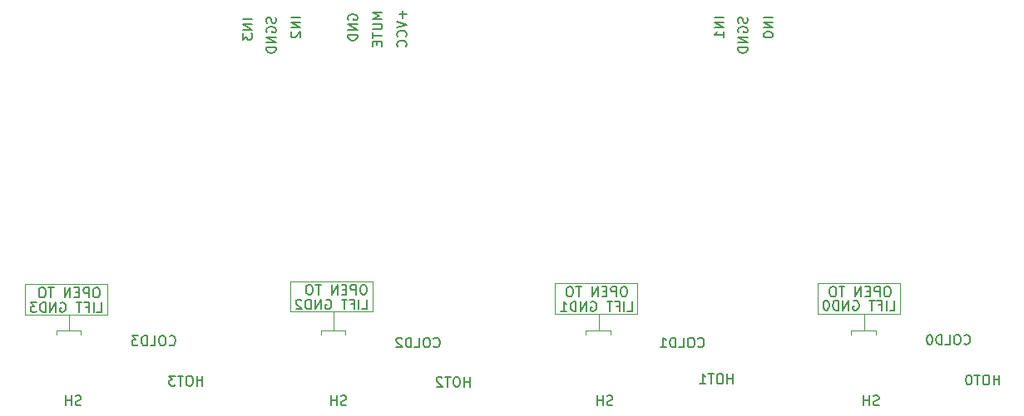
<source format=gbo>
%TF.GenerationSoftware,KiCad,Pcbnew,(5.1.9-0-10_14)*%
%TF.CreationDate,2022-01-19T22:12:48+09:00*%
%TF.ProjectId,BalancedDriverBoard,42616c61-6e63-4656-9444-726976657242,rev?*%
%TF.SameCoordinates,Original*%
%TF.FileFunction,Legend,Bot*%
%TF.FilePolarity,Positive*%
%FSLAX45Y45*%
G04 Gerber Fmt 4.5, Leading zero omitted, Abs format (unit mm)*
G04 Created by KiCad (PCBNEW (5.1.9-0-10_14)) date 2022-01-19 22:12:48*
%MOMM*%
%LPD*%
G01*
G04 APERTURE LIST*
%ADD10C,0.120000*%
%ADD11C,0.150000*%
G04 APERTURE END LIST*
D10*
X13450000Y-12300000D02*
X13700000Y-12300000D01*
X13700000Y-12300000D02*
X13700000Y-12340000D01*
X13450000Y-12340000D02*
X13450000Y-12300000D01*
X11000000Y-12300000D02*
X11000000Y-12340000D01*
X10750000Y-12340000D02*
X10750000Y-12300000D01*
X10750000Y-12300000D02*
X11000000Y-12300000D01*
X8050000Y-12340000D02*
X8050000Y-12300000D01*
X8300000Y-12300000D02*
X8300000Y-12340000D01*
X8050000Y-12300000D02*
X8300000Y-12300000D01*
X5610000Y-12300000D02*
X5610000Y-12340000D01*
X5360000Y-12300000D02*
X5610000Y-12300000D01*
X5360000Y-12340000D02*
X5360000Y-12300000D01*
X5040000Y-11830000D02*
X5040000Y-12140000D01*
X5490000Y-12140000D02*
X5490000Y-12300000D01*
X5880000Y-12140000D02*
X5880000Y-11830000D01*
X5880000Y-11830000D02*
X5040000Y-11830000D01*
X5050000Y-12140000D02*
X5880000Y-12140000D01*
X7740000Y-11800000D02*
X7740000Y-12110000D01*
X8180000Y-12110000D02*
X8180000Y-12300000D01*
X8580000Y-12110000D02*
X8580000Y-11800000D01*
X8580000Y-11800000D02*
X7740000Y-11800000D01*
X7750000Y-12110000D02*
X8580000Y-12110000D01*
X10430000Y-11820000D02*
X10430000Y-12130000D01*
X10880000Y-12130000D02*
X10880000Y-12300000D01*
X11270000Y-12130000D02*
X11270000Y-11820000D01*
X11270000Y-11820000D02*
X10430000Y-11820000D01*
X10440000Y-12130000D02*
X11270000Y-12130000D01*
X13580000Y-12130000D02*
X13580000Y-12300000D01*
X13110000Y-11820000D02*
X13110000Y-12130000D01*
X13950000Y-11820000D02*
X13110000Y-11820000D01*
X13950000Y-12130000D02*
X13950000Y-11820000D01*
X13120000Y-12130000D02*
X13950000Y-12130000D01*
D11*
X5775714Y-11865238D02*
X5756667Y-11865238D01*
X5747143Y-11870000D01*
X5737619Y-11879524D01*
X5732857Y-11898571D01*
X5732857Y-11931905D01*
X5737619Y-11950952D01*
X5747143Y-11960476D01*
X5756667Y-11965238D01*
X5775714Y-11965238D01*
X5785238Y-11960476D01*
X5794762Y-11950952D01*
X5799524Y-11931905D01*
X5799524Y-11898571D01*
X5794762Y-11879524D01*
X5785238Y-11870000D01*
X5775714Y-11865238D01*
X5690000Y-11965238D02*
X5690000Y-11865238D01*
X5651905Y-11865238D01*
X5642381Y-11870000D01*
X5637619Y-11874762D01*
X5632857Y-11884286D01*
X5632857Y-11898571D01*
X5637619Y-11908095D01*
X5642381Y-11912857D01*
X5651905Y-11917619D01*
X5690000Y-11917619D01*
X5590000Y-11912857D02*
X5556667Y-11912857D01*
X5542381Y-11965238D02*
X5590000Y-11965238D01*
X5590000Y-11865238D01*
X5542381Y-11865238D01*
X5499524Y-11965238D02*
X5499524Y-11865238D01*
X5442381Y-11965238D01*
X5442381Y-11865238D01*
X5332857Y-11865238D02*
X5275714Y-11865238D01*
X5304286Y-11965238D02*
X5304286Y-11865238D01*
X5223333Y-11865238D02*
X5204286Y-11865238D01*
X5194762Y-11870000D01*
X5185238Y-11879524D01*
X5180476Y-11898571D01*
X5180476Y-11931905D01*
X5185238Y-11950952D01*
X5194762Y-11960476D01*
X5204286Y-11965238D01*
X5223333Y-11965238D01*
X5232857Y-11960476D01*
X5242381Y-11950952D01*
X5247143Y-11931905D01*
X5247143Y-11898571D01*
X5242381Y-11879524D01*
X5232857Y-11870000D01*
X5223333Y-11865238D01*
X8495714Y-11835238D02*
X8476667Y-11835238D01*
X8467143Y-11840000D01*
X8457619Y-11849524D01*
X8452857Y-11868571D01*
X8452857Y-11901905D01*
X8457619Y-11920952D01*
X8467143Y-11930476D01*
X8476667Y-11935238D01*
X8495714Y-11935238D01*
X8505238Y-11930476D01*
X8514762Y-11920952D01*
X8519524Y-11901905D01*
X8519524Y-11868571D01*
X8514762Y-11849524D01*
X8505238Y-11840000D01*
X8495714Y-11835238D01*
X8410000Y-11935238D02*
X8410000Y-11835238D01*
X8371905Y-11835238D01*
X8362381Y-11840000D01*
X8357619Y-11844762D01*
X8352857Y-11854286D01*
X8352857Y-11868571D01*
X8357619Y-11878095D01*
X8362381Y-11882857D01*
X8371905Y-11887619D01*
X8410000Y-11887619D01*
X8310000Y-11882857D02*
X8276667Y-11882857D01*
X8262381Y-11935238D02*
X8310000Y-11935238D01*
X8310000Y-11835238D01*
X8262381Y-11835238D01*
X8219524Y-11935238D02*
X8219524Y-11835238D01*
X8162381Y-11935238D01*
X8162381Y-11835238D01*
X8052857Y-11835238D02*
X7995714Y-11835238D01*
X8024286Y-11935238D02*
X8024286Y-11835238D01*
X7943333Y-11835238D02*
X7924286Y-11835238D01*
X7914762Y-11840000D01*
X7905238Y-11849524D01*
X7900476Y-11868571D01*
X7900476Y-11901905D01*
X7905238Y-11920952D01*
X7914762Y-11930476D01*
X7924286Y-11935238D01*
X7943333Y-11935238D01*
X7952857Y-11930476D01*
X7962381Y-11920952D01*
X7967143Y-11901905D01*
X7967143Y-11868571D01*
X7962381Y-11849524D01*
X7952857Y-11840000D01*
X7943333Y-11835238D01*
X11145714Y-11855238D02*
X11126667Y-11855238D01*
X11117143Y-11860000D01*
X11107619Y-11869524D01*
X11102857Y-11888571D01*
X11102857Y-11921905D01*
X11107619Y-11940952D01*
X11117143Y-11950476D01*
X11126667Y-11955238D01*
X11145714Y-11955238D01*
X11155238Y-11950476D01*
X11164762Y-11940952D01*
X11169524Y-11921905D01*
X11169524Y-11888571D01*
X11164762Y-11869524D01*
X11155238Y-11860000D01*
X11145714Y-11855238D01*
X11060000Y-11955238D02*
X11060000Y-11855238D01*
X11021905Y-11855238D01*
X11012381Y-11860000D01*
X11007619Y-11864762D01*
X11002857Y-11874286D01*
X11002857Y-11888571D01*
X11007619Y-11898095D01*
X11012381Y-11902857D01*
X11021905Y-11907619D01*
X11060000Y-11907619D01*
X10960000Y-11902857D02*
X10926667Y-11902857D01*
X10912381Y-11955238D02*
X10960000Y-11955238D01*
X10960000Y-11855238D01*
X10912381Y-11855238D01*
X10869524Y-11955238D02*
X10869524Y-11855238D01*
X10812381Y-11955238D01*
X10812381Y-11855238D01*
X10702857Y-11855238D02*
X10645714Y-11855238D01*
X10674286Y-11955238D02*
X10674286Y-11855238D01*
X10593333Y-11855238D02*
X10574286Y-11855238D01*
X10564762Y-11860000D01*
X10555238Y-11869524D01*
X10550476Y-11888571D01*
X10550476Y-11921905D01*
X10555238Y-11940952D01*
X10564762Y-11950476D01*
X10574286Y-11955238D01*
X10593333Y-11955238D01*
X10602857Y-11950476D01*
X10612381Y-11940952D01*
X10617143Y-11921905D01*
X10617143Y-11888571D01*
X10612381Y-11869524D01*
X10602857Y-11860000D01*
X10593333Y-11855238D01*
X13825714Y-11855238D02*
X13806667Y-11855238D01*
X13797143Y-11860000D01*
X13787619Y-11869524D01*
X13782857Y-11888571D01*
X13782857Y-11921905D01*
X13787619Y-11940952D01*
X13797143Y-11950476D01*
X13806667Y-11955238D01*
X13825714Y-11955238D01*
X13835238Y-11950476D01*
X13844762Y-11940952D01*
X13849524Y-11921905D01*
X13849524Y-11888571D01*
X13844762Y-11869524D01*
X13835238Y-11860000D01*
X13825714Y-11855238D01*
X13740000Y-11955238D02*
X13740000Y-11855238D01*
X13701905Y-11855238D01*
X13692381Y-11860000D01*
X13687619Y-11864762D01*
X13682857Y-11874286D01*
X13682857Y-11888571D01*
X13687619Y-11898095D01*
X13692381Y-11902857D01*
X13701905Y-11907619D01*
X13740000Y-11907619D01*
X13640000Y-11902857D02*
X13606667Y-11902857D01*
X13592381Y-11955238D02*
X13640000Y-11955238D01*
X13640000Y-11855238D01*
X13592381Y-11855238D01*
X13549524Y-11955238D02*
X13549524Y-11855238D01*
X13492381Y-11955238D01*
X13492381Y-11855238D01*
X13382857Y-11855238D02*
X13325714Y-11855238D01*
X13354286Y-11955238D02*
X13354286Y-11855238D01*
X13273333Y-11855238D02*
X13254286Y-11855238D01*
X13244762Y-11860000D01*
X13235238Y-11869524D01*
X13230476Y-11888571D01*
X13230476Y-11921905D01*
X13235238Y-11940952D01*
X13244762Y-11950476D01*
X13254286Y-11955238D01*
X13273333Y-11955238D01*
X13282857Y-11950476D01*
X13292381Y-11940952D01*
X13297143Y-11921905D01*
X13297143Y-11888571D01*
X13292381Y-11869524D01*
X13282857Y-11860000D01*
X13273333Y-11855238D01*
X5771905Y-12115238D02*
X5819524Y-12115238D01*
X5819524Y-12015238D01*
X5738571Y-12115238D02*
X5738571Y-12015238D01*
X5657619Y-12062857D02*
X5690952Y-12062857D01*
X5690952Y-12115238D02*
X5690952Y-12015238D01*
X5643333Y-12015238D01*
X5619524Y-12015238D02*
X5562381Y-12015238D01*
X5590952Y-12115238D02*
X5590952Y-12015238D01*
X5400476Y-12020000D02*
X5410000Y-12015238D01*
X5424286Y-12015238D01*
X5438571Y-12020000D01*
X5448095Y-12029524D01*
X5452857Y-12039048D01*
X5457619Y-12058095D01*
X5457619Y-12072381D01*
X5452857Y-12091428D01*
X5448095Y-12100952D01*
X5438571Y-12110476D01*
X5424286Y-12115238D01*
X5414762Y-12115238D01*
X5400476Y-12110476D01*
X5395714Y-12105714D01*
X5395714Y-12072381D01*
X5414762Y-12072381D01*
X5352857Y-12115238D02*
X5352857Y-12015238D01*
X5295714Y-12115238D01*
X5295714Y-12015238D01*
X5248095Y-12115238D02*
X5248095Y-12015238D01*
X5224286Y-12015238D01*
X5210000Y-12020000D01*
X5200476Y-12029524D01*
X5195714Y-12039048D01*
X5190952Y-12058095D01*
X5190952Y-12072381D01*
X5195714Y-12091428D01*
X5200476Y-12100952D01*
X5210000Y-12110476D01*
X5224286Y-12115238D01*
X5248095Y-12115238D01*
X5157619Y-12015238D02*
X5095714Y-12015238D01*
X5129048Y-12053333D01*
X5114762Y-12053333D01*
X5105238Y-12058095D01*
X5100476Y-12062857D01*
X5095714Y-12072381D01*
X5095714Y-12096190D01*
X5100476Y-12105714D01*
X5105238Y-12110476D01*
X5114762Y-12115238D01*
X5143333Y-12115238D01*
X5152857Y-12110476D01*
X5157619Y-12105714D01*
X8471905Y-12085238D02*
X8519524Y-12085238D01*
X8519524Y-11985238D01*
X8438571Y-12085238D02*
X8438571Y-11985238D01*
X8357619Y-12032857D02*
X8390952Y-12032857D01*
X8390952Y-12085238D02*
X8390952Y-11985238D01*
X8343333Y-11985238D01*
X8319524Y-11985238D02*
X8262381Y-11985238D01*
X8290952Y-12085238D02*
X8290952Y-11985238D01*
X8100476Y-11990000D02*
X8110000Y-11985238D01*
X8124286Y-11985238D01*
X8138571Y-11990000D01*
X8148095Y-11999524D01*
X8152857Y-12009048D01*
X8157619Y-12028095D01*
X8157619Y-12042381D01*
X8152857Y-12061428D01*
X8148095Y-12070952D01*
X8138571Y-12080476D01*
X8124286Y-12085238D01*
X8114762Y-12085238D01*
X8100476Y-12080476D01*
X8095714Y-12075714D01*
X8095714Y-12042381D01*
X8114762Y-12042381D01*
X8052857Y-12085238D02*
X8052857Y-11985238D01*
X7995714Y-12085238D01*
X7995714Y-11985238D01*
X7948095Y-12085238D02*
X7948095Y-11985238D01*
X7924286Y-11985238D01*
X7910000Y-11990000D01*
X7900476Y-11999524D01*
X7895714Y-12009048D01*
X7890952Y-12028095D01*
X7890952Y-12042381D01*
X7895714Y-12061428D01*
X7900476Y-12070952D01*
X7910000Y-12080476D01*
X7924286Y-12085238D01*
X7948095Y-12085238D01*
X7852857Y-11994762D02*
X7848095Y-11990000D01*
X7838571Y-11985238D01*
X7814762Y-11985238D01*
X7805238Y-11990000D01*
X7800476Y-11994762D01*
X7795714Y-12004286D01*
X7795714Y-12013809D01*
X7800476Y-12028095D01*
X7857619Y-12085238D01*
X7795714Y-12085238D01*
X11171905Y-12105238D02*
X11219524Y-12105238D01*
X11219524Y-12005238D01*
X11138571Y-12105238D02*
X11138571Y-12005238D01*
X11057619Y-12052857D02*
X11090952Y-12052857D01*
X11090952Y-12105238D02*
X11090952Y-12005238D01*
X11043333Y-12005238D01*
X11019524Y-12005238D02*
X10962381Y-12005238D01*
X10990952Y-12105238D02*
X10990952Y-12005238D01*
X10800476Y-12010000D02*
X10810000Y-12005238D01*
X10824286Y-12005238D01*
X10838571Y-12010000D01*
X10848095Y-12019524D01*
X10852857Y-12029048D01*
X10857619Y-12048095D01*
X10857619Y-12062381D01*
X10852857Y-12081428D01*
X10848095Y-12090952D01*
X10838571Y-12100476D01*
X10824286Y-12105238D01*
X10814762Y-12105238D01*
X10800476Y-12100476D01*
X10795714Y-12095714D01*
X10795714Y-12062381D01*
X10814762Y-12062381D01*
X10752857Y-12105238D02*
X10752857Y-12005238D01*
X10695714Y-12105238D01*
X10695714Y-12005238D01*
X10648095Y-12105238D02*
X10648095Y-12005238D01*
X10624286Y-12005238D01*
X10610000Y-12010000D01*
X10600476Y-12019524D01*
X10595714Y-12029048D01*
X10590952Y-12048095D01*
X10590952Y-12062381D01*
X10595714Y-12081428D01*
X10600476Y-12090952D01*
X10610000Y-12100476D01*
X10624286Y-12105238D01*
X10648095Y-12105238D01*
X10495714Y-12105238D02*
X10552857Y-12105238D01*
X10524286Y-12105238D02*
X10524286Y-12005238D01*
X10533810Y-12019524D01*
X10543333Y-12029048D01*
X10552857Y-12033809D01*
X13841905Y-12095238D02*
X13889524Y-12095238D01*
X13889524Y-11995238D01*
X13808571Y-12095238D02*
X13808571Y-11995238D01*
X13727619Y-12042857D02*
X13760952Y-12042857D01*
X13760952Y-12095238D02*
X13760952Y-11995238D01*
X13713333Y-11995238D01*
X13689524Y-11995238D02*
X13632381Y-11995238D01*
X13660952Y-12095238D02*
X13660952Y-11995238D01*
X13470476Y-12000000D02*
X13480000Y-11995238D01*
X13494286Y-11995238D01*
X13508571Y-12000000D01*
X13518095Y-12009524D01*
X13522857Y-12019048D01*
X13527619Y-12038095D01*
X13527619Y-12052381D01*
X13522857Y-12071428D01*
X13518095Y-12080952D01*
X13508571Y-12090476D01*
X13494286Y-12095238D01*
X13484762Y-12095238D01*
X13470476Y-12090476D01*
X13465714Y-12085714D01*
X13465714Y-12052381D01*
X13484762Y-12052381D01*
X13422857Y-12095238D02*
X13422857Y-11995238D01*
X13365714Y-12095238D01*
X13365714Y-11995238D01*
X13318095Y-12095238D02*
X13318095Y-11995238D01*
X13294286Y-11995238D01*
X13280000Y-12000000D01*
X13270476Y-12009524D01*
X13265714Y-12019048D01*
X13260952Y-12038095D01*
X13260952Y-12052381D01*
X13265714Y-12071428D01*
X13270476Y-12080952D01*
X13280000Y-12090476D01*
X13294286Y-12095238D01*
X13318095Y-12095238D01*
X13199048Y-11995238D02*
X13189524Y-11995238D01*
X13180000Y-12000000D01*
X13175238Y-12004762D01*
X13170476Y-12014286D01*
X13165714Y-12033333D01*
X13165714Y-12057143D01*
X13170476Y-12076190D01*
X13175238Y-12085714D01*
X13180000Y-12090476D01*
X13189524Y-12095238D01*
X13199048Y-12095238D01*
X13208571Y-12090476D01*
X13213333Y-12085714D01*
X13218095Y-12076190D01*
X13222857Y-12057143D01*
X13222857Y-12033333D01*
X13218095Y-12014286D01*
X13213333Y-12004762D01*
X13208571Y-12000000D01*
X13199048Y-11995238D01*
X6509524Y-12445714D02*
X6514286Y-12450476D01*
X6528571Y-12455238D01*
X6538095Y-12455238D01*
X6552381Y-12450476D01*
X6561905Y-12440952D01*
X6566667Y-12431428D01*
X6571428Y-12412381D01*
X6571428Y-12398095D01*
X6566667Y-12379048D01*
X6561905Y-12369524D01*
X6552381Y-12360000D01*
X6538095Y-12355238D01*
X6528571Y-12355238D01*
X6514286Y-12360000D01*
X6509524Y-12364762D01*
X6447619Y-12355238D02*
X6428571Y-12355238D01*
X6419048Y-12360000D01*
X6409524Y-12369524D01*
X6404762Y-12388571D01*
X6404762Y-12421905D01*
X6409524Y-12440952D01*
X6419048Y-12450476D01*
X6428571Y-12455238D01*
X6447619Y-12455238D01*
X6457143Y-12450476D01*
X6466667Y-12440952D01*
X6471428Y-12421905D01*
X6471428Y-12388571D01*
X6466667Y-12369524D01*
X6457143Y-12360000D01*
X6447619Y-12355238D01*
X6314286Y-12455238D02*
X6361905Y-12455238D01*
X6361905Y-12355238D01*
X6280952Y-12455238D02*
X6280952Y-12355238D01*
X6257143Y-12355238D01*
X6242857Y-12360000D01*
X6233333Y-12369524D01*
X6228571Y-12379048D01*
X6223809Y-12398095D01*
X6223809Y-12412381D01*
X6228571Y-12431428D01*
X6233333Y-12440952D01*
X6242857Y-12450476D01*
X6257143Y-12455238D01*
X6280952Y-12455238D01*
X6190476Y-12355238D02*
X6128571Y-12355238D01*
X6161905Y-12393333D01*
X6147619Y-12393333D01*
X6138095Y-12398095D01*
X6133333Y-12402857D01*
X6128571Y-12412381D01*
X6128571Y-12436190D01*
X6133333Y-12445714D01*
X6138095Y-12450476D01*
X6147619Y-12455238D01*
X6176190Y-12455238D01*
X6185714Y-12450476D01*
X6190476Y-12445714D01*
X6846667Y-12865238D02*
X6846667Y-12765238D01*
X6846667Y-12812857D02*
X6789524Y-12812857D01*
X6789524Y-12865238D02*
X6789524Y-12765238D01*
X6722857Y-12765238D02*
X6703809Y-12765238D01*
X6694286Y-12770000D01*
X6684762Y-12779524D01*
X6680000Y-12798571D01*
X6680000Y-12831905D01*
X6684762Y-12850952D01*
X6694286Y-12860476D01*
X6703809Y-12865238D01*
X6722857Y-12865238D01*
X6732381Y-12860476D01*
X6741905Y-12850952D01*
X6746667Y-12831905D01*
X6746667Y-12798571D01*
X6741905Y-12779524D01*
X6732381Y-12770000D01*
X6722857Y-12765238D01*
X6651428Y-12765238D02*
X6594286Y-12765238D01*
X6622857Y-12865238D02*
X6622857Y-12765238D01*
X6570476Y-12765238D02*
X6508571Y-12765238D01*
X6541905Y-12803333D01*
X6527619Y-12803333D01*
X6518095Y-12808095D01*
X6513333Y-12812857D01*
X6508571Y-12822381D01*
X6508571Y-12846190D01*
X6513333Y-12855714D01*
X6518095Y-12860476D01*
X6527619Y-12865238D01*
X6556190Y-12865238D01*
X6565714Y-12860476D01*
X6570476Y-12855714D01*
X9199524Y-12465714D02*
X9204286Y-12470476D01*
X9218571Y-12475238D01*
X9228095Y-12475238D01*
X9242381Y-12470476D01*
X9251905Y-12460952D01*
X9256667Y-12451428D01*
X9261429Y-12432381D01*
X9261429Y-12418095D01*
X9256667Y-12399048D01*
X9251905Y-12389524D01*
X9242381Y-12380000D01*
X9228095Y-12375238D01*
X9218571Y-12375238D01*
X9204286Y-12380000D01*
X9199524Y-12384762D01*
X9137619Y-12375238D02*
X9118571Y-12375238D01*
X9109048Y-12380000D01*
X9099524Y-12389524D01*
X9094762Y-12408571D01*
X9094762Y-12441905D01*
X9099524Y-12460952D01*
X9109048Y-12470476D01*
X9118571Y-12475238D01*
X9137619Y-12475238D01*
X9147143Y-12470476D01*
X9156667Y-12460952D01*
X9161429Y-12441905D01*
X9161429Y-12408571D01*
X9156667Y-12389524D01*
X9147143Y-12380000D01*
X9137619Y-12375238D01*
X9004286Y-12475238D02*
X9051905Y-12475238D01*
X9051905Y-12375238D01*
X8970952Y-12475238D02*
X8970952Y-12375238D01*
X8947143Y-12375238D01*
X8932857Y-12380000D01*
X8923333Y-12389524D01*
X8918571Y-12399048D01*
X8913810Y-12418095D01*
X8913810Y-12432381D01*
X8918571Y-12451428D01*
X8923333Y-12460952D01*
X8932857Y-12470476D01*
X8947143Y-12475238D01*
X8970952Y-12475238D01*
X8875714Y-12384762D02*
X8870952Y-12380000D01*
X8861429Y-12375238D01*
X8837619Y-12375238D01*
X8828095Y-12380000D01*
X8823333Y-12384762D01*
X8818571Y-12394286D01*
X8818571Y-12403809D01*
X8823333Y-12418095D01*
X8880476Y-12475238D01*
X8818571Y-12475238D01*
X9566667Y-12875238D02*
X9566667Y-12775238D01*
X9566667Y-12822857D02*
X9509524Y-12822857D01*
X9509524Y-12875238D02*
X9509524Y-12775238D01*
X9442857Y-12775238D02*
X9423810Y-12775238D01*
X9414286Y-12780000D01*
X9404762Y-12789524D01*
X9400000Y-12808571D01*
X9400000Y-12841905D01*
X9404762Y-12860952D01*
X9414286Y-12870476D01*
X9423810Y-12875238D01*
X9442857Y-12875238D01*
X9452381Y-12870476D01*
X9461905Y-12860952D01*
X9466667Y-12841905D01*
X9466667Y-12808571D01*
X9461905Y-12789524D01*
X9452381Y-12780000D01*
X9442857Y-12775238D01*
X9371429Y-12775238D02*
X9314286Y-12775238D01*
X9342857Y-12875238D02*
X9342857Y-12775238D01*
X9285714Y-12784762D02*
X9280952Y-12780000D01*
X9271429Y-12775238D01*
X9247619Y-12775238D01*
X9238095Y-12780000D01*
X9233333Y-12784762D01*
X9228571Y-12794286D01*
X9228571Y-12803809D01*
X9233333Y-12818095D01*
X9290476Y-12875238D01*
X9228571Y-12875238D01*
X5610952Y-13060476D02*
X5596667Y-13065238D01*
X5572857Y-13065238D01*
X5563333Y-13060476D01*
X5558571Y-13055714D01*
X5553810Y-13046190D01*
X5553810Y-13036667D01*
X5558571Y-13027143D01*
X5563333Y-13022381D01*
X5572857Y-13017619D01*
X5591905Y-13012857D01*
X5601428Y-13008095D01*
X5606190Y-13003333D01*
X5610952Y-12993809D01*
X5610952Y-12984286D01*
X5606190Y-12974762D01*
X5601428Y-12970000D01*
X5591905Y-12965238D01*
X5568095Y-12965238D01*
X5553810Y-12970000D01*
X5510952Y-13065238D02*
X5510952Y-12965238D01*
X5510952Y-13012857D02*
X5453810Y-13012857D01*
X5453810Y-13065238D02*
X5453810Y-12965238D01*
X8310952Y-13060476D02*
X8296667Y-13065238D01*
X8272857Y-13065238D01*
X8263333Y-13060476D01*
X8258571Y-13055714D01*
X8253809Y-13046190D01*
X8253809Y-13036667D01*
X8258571Y-13027143D01*
X8263333Y-13022381D01*
X8272857Y-13017619D01*
X8291905Y-13012857D01*
X8301428Y-13008095D01*
X8306190Y-13003333D01*
X8310952Y-12993809D01*
X8310952Y-12984286D01*
X8306190Y-12974762D01*
X8301428Y-12970000D01*
X8291905Y-12965238D01*
X8268095Y-12965238D01*
X8253809Y-12970000D01*
X8210952Y-13065238D02*
X8210952Y-12965238D01*
X8210952Y-13012857D02*
X8153809Y-13012857D01*
X8153809Y-13065238D02*
X8153809Y-12965238D01*
X11020952Y-13060476D02*
X11006667Y-13065238D01*
X10982857Y-13065238D01*
X10973333Y-13060476D01*
X10968571Y-13055714D01*
X10963810Y-13046190D01*
X10963810Y-13036667D01*
X10968571Y-13027143D01*
X10973333Y-13022381D01*
X10982857Y-13017619D01*
X11001905Y-13012857D01*
X11011429Y-13008095D01*
X11016190Y-13003333D01*
X11020952Y-12993809D01*
X11020952Y-12984286D01*
X11016190Y-12974762D01*
X11011429Y-12970000D01*
X11001905Y-12965238D01*
X10978095Y-12965238D01*
X10963810Y-12970000D01*
X10920952Y-13065238D02*
X10920952Y-12965238D01*
X10920952Y-13012857D02*
X10863810Y-13012857D01*
X10863810Y-13065238D02*
X10863810Y-12965238D01*
X11889524Y-12465714D02*
X11894286Y-12470476D01*
X11908571Y-12475238D01*
X11918095Y-12475238D01*
X11932381Y-12470476D01*
X11941905Y-12460952D01*
X11946667Y-12451428D01*
X11951428Y-12432381D01*
X11951428Y-12418095D01*
X11946667Y-12399048D01*
X11941905Y-12389524D01*
X11932381Y-12380000D01*
X11918095Y-12375238D01*
X11908571Y-12375238D01*
X11894286Y-12380000D01*
X11889524Y-12384762D01*
X11827619Y-12375238D02*
X11808571Y-12375238D01*
X11799048Y-12380000D01*
X11789524Y-12389524D01*
X11784762Y-12408571D01*
X11784762Y-12441905D01*
X11789524Y-12460952D01*
X11799048Y-12470476D01*
X11808571Y-12475238D01*
X11827619Y-12475238D01*
X11837143Y-12470476D01*
X11846667Y-12460952D01*
X11851428Y-12441905D01*
X11851428Y-12408571D01*
X11846667Y-12389524D01*
X11837143Y-12380000D01*
X11827619Y-12375238D01*
X11694286Y-12475238D02*
X11741905Y-12475238D01*
X11741905Y-12375238D01*
X11660952Y-12475238D02*
X11660952Y-12375238D01*
X11637143Y-12375238D01*
X11622857Y-12380000D01*
X11613333Y-12389524D01*
X11608571Y-12399048D01*
X11603809Y-12418095D01*
X11603809Y-12432381D01*
X11608571Y-12451428D01*
X11613333Y-12460952D01*
X11622857Y-12470476D01*
X11637143Y-12475238D01*
X11660952Y-12475238D01*
X11508571Y-12475238D02*
X11565714Y-12475238D01*
X11537143Y-12475238D02*
X11537143Y-12375238D01*
X11546667Y-12389524D01*
X11556190Y-12399048D01*
X11565714Y-12403809D01*
X12246667Y-12845238D02*
X12246667Y-12745238D01*
X12246667Y-12792857D02*
X12189524Y-12792857D01*
X12189524Y-12845238D02*
X12189524Y-12745238D01*
X12122857Y-12745238D02*
X12103809Y-12745238D01*
X12094286Y-12750000D01*
X12084762Y-12759524D01*
X12080000Y-12778571D01*
X12080000Y-12811905D01*
X12084762Y-12830952D01*
X12094286Y-12840476D01*
X12103809Y-12845238D01*
X12122857Y-12845238D01*
X12132381Y-12840476D01*
X12141905Y-12830952D01*
X12146667Y-12811905D01*
X12146667Y-12778571D01*
X12141905Y-12759524D01*
X12132381Y-12750000D01*
X12122857Y-12745238D01*
X12051428Y-12745238D02*
X11994286Y-12745238D01*
X12022857Y-12845238D02*
X12022857Y-12745238D01*
X11908571Y-12845238D02*
X11965714Y-12845238D01*
X11937143Y-12845238D02*
X11937143Y-12745238D01*
X11946667Y-12759524D01*
X11956190Y-12769048D01*
X11965714Y-12773809D01*
X13730952Y-13060476D02*
X13716667Y-13065238D01*
X13692857Y-13065238D01*
X13683333Y-13060476D01*
X13678571Y-13055714D01*
X13673809Y-13046190D01*
X13673809Y-13036667D01*
X13678571Y-13027143D01*
X13683333Y-13022381D01*
X13692857Y-13017619D01*
X13711905Y-13012857D01*
X13721428Y-13008095D01*
X13726190Y-13003333D01*
X13730952Y-12993809D01*
X13730952Y-12984286D01*
X13726190Y-12974762D01*
X13721428Y-12970000D01*
X13711905Y-12965238D01*
X13688095Y-12965238D01*
X13673809Y-12970000D01*
X13630952Y-13065238D02*
X13630952Y-12965238D01*
X13630952Y-13012857D02*
X13573809Y-13012857D01*
X13573809Y-13065238D02*
X13573809Y-12965238D01*
X14599524Y-12435714D02*
X14604286Y-12440476D01*
X14618571Y-12445238D01*
X14628095Y-12445238D01*
X14642381Y-12440476D01*
X14651905Y-12430952D01*
X14656667Y-12421428D01*
X14661428Y-12402381D01*
X14661428Y-12388095D01*
X14656667Y-12369048D01*
X14651905Y-12359524D01*
X14642381Y-12350000D01*
X14628095Y-12345238D01*
X14618571Y-12345238D01*
X14604286Y-12350000D01*
X14599524Y-12354762D01*
X14537619Y-12345238D02*
X14518571Y-12345238D01*
X14509048Y-12350000D01*
X14499524Y-12359524D01*
X14494762Y-12378571D01*
X14494762Y-12411905D01*
X14499524Y-12430952D01*
X14509048Y-12440476D01*
X14518571Y-12445238D01*
X14537619Y-12445238D01*
X14547143Y-12440476D01*
X14556667Y-12430952D01*
X14561428Y-12411905D01*
X14561428Y-12378571D01*
X14556667Y-12359524D01*
X14547143Y-12350000D01*
X14537619Y-12345238D01*
X14404286Y-12445238D02*
X14451905Y-12445238D01*
X14451905Y-12345238D01*
X14370952Y-12445238D02*
X14370952Y-12345238D01*
X14347143Y-12345238D01*
X14332857Y-12350000D01*
X14323333Y-12359524D01*
X14318571Y-12369048D01*
X14313809Y-12388095D01*
X14313809Y-12402381D01*
X14318571Y-12421428D01*
X14323333Y-12430952D01*
X14332857Y-12440476D01*
X14347143Y-12445238D01*
X14370952Y-12445238D01*
X14251905Y-12345238D02*
X14242381Y-12345238D01*
X14232857Y-12350000D01*
X14228095Y-12354762D01*
X14223333Y-12364286D01*
X14218571Y-12383333D01*
X14218571Y-12407143D01*
X14223333Y-12426190D01*
X14228095Y-12435714D01*
X14232857Y-12440476D01*
X14242381Y-12445238D01*
X14251905Y-12445238D01*
X14261428Y-12440476D01*
X14266190Y-12435714D01*
X14270952Y-12426190D01*
X14275714Y-12407143D01*
X14275714Y-12383333D01*
X14270952Y-12364286D01*
X14266190Y-12354762D01*
X14261428Y-12350000D01*
X14251905Y-12345238D01*
X14956667Y-12855238D02*
X14956667Y-12755238D01*
X14956667Y-12802857D02*
X14899524Y-12802857D01*
X14899524Y-12855238D02*
X14899524Y-12755238D01*
X14832857Y-12755238D02*
X14813809Y-12755238D01*
X14804286Y-12760000D01*
X14794762Y-12769524D01*
X14790000Y-12788571D01*
X14790000Y-12821905D01*
X14794762Y-12840952D01*
X14804286Y-12850476D01*
X14813809Y-12855238D01*
X14832857Y-12855238D01*
X14842381Y-12850476D01*
X14851905Y-12840952D01*
X14856667Y-12821905D01*
X14856667Y-12788571D01*
X14851905Y-12769524D01*
X14842381Y-12760000D01*
X14832857Y-12755238D01*
X14761428Y-12755238D02*
X14704286Y-12755238D01*
X14732857Y-12855238D02*
X14732857Y-12755238D01*
X14651905Y-12755238D02*
X14642381Y-12755238D01*
X14632857Y-12760000D01*
X14628095Y-12764762D01*
X14623333Y-12774286D01*
X14618571Y-12793333D01*
X14618571Y-12817143D01*
X14623333Y-12836190D01*
X14628095Y-12845714D01*
X14632857Y-12850476D01*
X14642381Y-12855238D01*
X14651905Y-12855238D01*
X14661428Y-12850476D01*
X14666190Y-12845714D01*
X14670952Y-12836190D01*
X14675714Y-12817143D01*
X14675714Y-12793333D01*
X14670952Y-12774286D01*
X14666190Y-12764762D01*
X14661428Y-12760000D01*
X14651905Y-12755238D01*
X12155238Y-9110000D02*
X12055238Y-9110000D01*
X12155238Y-9157619D02*
X12055238Y-9157619D01*
X12155238Y-9214762D01*
X12055238Y-9214762D01*
X12155238Y-9314762D02*
X12155238Y-9257619D01*
X12155238Y-9286190D02*
X12055238Y-9286190D01*
X12069524Y-9276667D01*
X12079048Y-9267143D01*
X12083809Y-9257619D01*
X12655238Y-9110000D02*
X12555238Y-9110000D01*
X12655238Y-9157619D02*
X12555238Y-9157619D01*
X12655238Y-9214762D01*
X12555238Y-9214762D01*
X12555238Y-9281429D02*
X12555238Y-9290952D01*
X12560000Y-9300476D01*
X12564762Y-9305238D01*
X12574286Y-9310000D01*
X12593333Y-9314762D01*
X12617143Y-9314762D01*
X12636190Y-9310000D01*
X12645714Y-9305238D01*
X12650476Y-9300476D01*
X12655238Y-9290952D01*
X12655238Y-9281429D01*
X12650476Y-9271905D01*
X12645714Y-9267143D01*
X12636190Y-9262381D01*
X12617143Y-9257619D01*
X12593333Y-9257619D01*
X12574286Y-9262381D01*
X12564762Y-9267143D01*
X12560000Y-9271905D01*
X12555238Y-9281429D01*
X12390476Y-9109048D02*
X12395238Y-9123333D01*
X12395238Y-9147143D01*
X12390476Y-9156667D01*
X12385714Y-9161429D01*
X12376190Y-9166190D01*
X12366667Y-9166190D01*
X12357143Y-9161429D01*
X12352381Y-9156667D01*
X12347619Y-9147143D01*
X12342857Y-9128095D01*
X12338095Y-9118571D01*
X12333333Y-9113810D01*
X12323809Y-9109048D01*
X12314286Y-9109048D01*
X12304762Y-9113810D01*
X12300000Y-9118571D01*
X12295238Y-9128095D01*
X12295238Y-9151905D01*
X12300000Y-9166190D01*
X12300000Y-9261429D02*
X12295238Y-9251905D01*
X12295238Y-9237619D01*
X12300000Y-9223333D01*
X12309524Y-9213810D01*
X12319048Y-9209048D01*
X12338095Y-9204286D01*
X12352381Y-9204286D01*
X12371428Y-9209048D01*
X12380952Y-9213810D01*
X12390476Y-9223333D01*
X12395238Y-9237619D01*
X12395238Y-9247143D01*
X12390476Y-9261429D01*
X12385714Y-9266190D01*
X12352381Y-9266190D01*
X12352381Y-9247143D01*
X12395238Y-9309048D02*
X12295238Y-9309048D01*
X12395238Y-9366190D01*
X12295238Y-9366190D01*
X12395238Y-9413810D02*
X12295238Y-9413810D01*
X12295238Y-9437619D01*
X12300000Y-9451905D01*
X12309524Y-9461429D01*
X12319048Y-9466190D01*
X12338095Y-9470952D01*
X12352381Y-9470952D01*
X12371428Y-9466190D01*
X12380952Y-9461429D01*
X12390476Y-9451905D01*
X12395238Y-9437619D01*
X12395238Y-9413810D01*
X7590476Y-9109048D02*
X7595238Y-9123333D01*
X7595238Y-9147143D01*
X7590476Y-9156667D01*
X7585714Y-9161429D01*
X7576190Y-9166190D01*
X7566667Y-9166190D01*
X7557143Y-9161429D01*
X7552381Y-9156667D01*
X7547619Y-9147143D01*
X7542857Y-9128095D01*
X7538095Y-9118571D01*
X7533333Y-9113810D01*
X7523809Y-9109048D01*
X7514286Y-9109048D01*
X7504762Y-9113810D01*
X7500000Y-9118571D01*
X7495238Y-9128095D01*
X7495238Y-9151905D01*
X7500000Y-9166190D01*
X7500000Y-9261429D02*
X7495238Y-9251905D01*
X7495238Y-9237619D01*
X7500000Y-9223333D01*
X7509524Y-9213810D01*
X7519048Y-9209048D01*
X7538095Y-9204286D01*
X7552381Y-9204286D01*
X7571428Y-9209048D01*
X7580952Y-9213810D01*
X7590476Y-9223333D01*
X7595238Y-9237619D01*
X7595238Y-9247143D01*
X7590476Y-9261429D01*
X7585714Y-9266190D01*
X7552381Y-9266190D01*
X7552381Y-9247143D01*
X7595238Y-9309048D02*
X7495238Y-9309048D01*
X7595238Y-9366190D01*
X7495238Y-9366190D01*
X7595238Y-9413810D02*
X7495238Y-9413810D01*
X7495238Y-9437619D01*
X7500000Y-9451905D01*
X7509524Y-9461429D01*
X7519048Y-9466190D01*
X7538095Y-9470952D01*
X7552381Y-9470952D01*
X7571428Y-9466190D01*
X7580952Y-9461429D01*
X7590476Y-9451905D01*
X7595238Y-9437619D01*
X7595238Y-9413810D01*
X7355238Y-9130000D02*
X7255238Y-9130000D01*
X7355238Y-9177619D02*
X7255238Y-9177619D01*
X7355238Y-9234762D01*
X7255238Y-9234762D01*
X7255238Y-9272857D02*
X7255238Y-9334762D01*
X7293333Y-9301429D01*
X7293333Y-9315714D01*
X7298095Y-9325238D01*
X7302857Y-9330000D01*
X7312381Y-9334762D01*
X7336190Y-9334762D01*
X7345714Y-9330000D01*
X7350476Y-9325238D01*
X7355238Y-9315714D01*
X7355238Y-9287143D01*
X7350476Y-9277619D01*
X7345714Y-9272857D01*
X7845238Y-9110000D02*
X7745238Y-9110000D01*
X7845238Y-9157619D02*
X7745238Y-9157619D01*
X7845238Y-9214762D01*
X7745238Y-9214762D01*
X7754762Y-9257619D02*
X7750000Y-9262381D01*
X7745238Y-9271905D01*
X7745238Y-9295714D01*
X7750000Y-9305238D01*
X7754762Y-9310000D01*
X7764286Y-9314762D01*
X7773809Y-9314762D01*
X7788095Y-9310000D01*
X7845238Y-9252857D01*
X7845238Y-9314762D01*
X8887143Y-9039048D02*
X8887143Y-9115238D01*
X8925238Y-9077143D02*
X8849048Y-9077143D01*
X8825238Y-9148571D02*
X8925238Y-9181905D01*
X8825238Y-9215238D01*
X8915714Y-9305714D02*
X8920476Y-9300952D01*
X8925238Y-9286667D01*
X8925238Y-9277143D01*
X8920476Y-9262857D01*
X8910952Y-9253333D01*
X8901429Y-9248571D01*
X8882381Y-9243810D01*
X8868095Y-9243810D01*
X8849048Y-9248571D01*
X8839524Y-9253333D01*
X8830000Y-9262857D01*
X8825238Y-9277143D01*
X8825238Y-9286667D01*
X8830000Y-9300952D01*
X8834762Y-9305714D01*
X8915714Y-9405714D02*
X8920476Y-9400952D01*
X8925238Y-9386667D01*
X8925238Y-9377143D01*
X8920476Y-9362857D01*
X8910952Y-9353333D01*
X8901429Y-9348571D01*
X8882381Y-9343810D01*
X8868095Y-9343810D01*
X8849048Y-9348571D01*
X8839524Y-9353333D01*
X8830000Y-9362857D01*
X8825238Y-9377143D01*
X8825238Y-9386667D01*
X8830000Y-9400952D01*
X8834762Y-9405714D01*
X8675238Y-9060952D02*
X8575238Y-9060952D01*
X8646667Y-9094286D01*
X8575238Y-9127619D01*
X8675238Y-9127619D01*
X8575238Y-9175238D02*
X8656190Y-9175238D01*
X8665714Y-9180000D01*
X8670476Y-9184762D01*
X8675238Y-9194286D01*
X8675238Y-9213333D01*
X8670476Y-9222857D01*
X8665714Y-9227619D01*
X8656190Y-9232381D01*
X8575238Y-9232381D01*
X8575238Y-9265714D02*
X8575238Y-9322857D01*
X8675238Y-9294286D02*
X8575238Y-9294286D01*
X8622857Y-9356190D02*
X8622857Y-9389524D01*
X8675238Y-9403810D02*
X8675238Y-9356190D01*
X8575238Y-9356190D01*
X8575238Y-9403810D01*
X8330000Y-9133810D02*
X8325238Y-9124286D01*
X8325238Y-9110000D01*
X8330000Y-9095714D01*
X8339524Y-9086190D01*
X8349048Y-9081429D01*
X8368095Y-9076667D01*
X8382381Y-9076667D01*
X8401429Y-9081429D01*
X8410952Y-9086190D01*
X8420476Y-9095714D01*
X8425238Y-9110000D01*
X8425238Y-9119524D01*
X8420476Y-9133810D01*
X8415714Y-9138571D01*
X8382381Y-9138571D01*
X8382381Y-9119524D01*
X8425238Y-9181429D02*
X8325238Y-9181429D01*
X8425238Y-9238571D01*
X8325238Y-9238571D01*
X8425238Y-9286190D02*
X8325238Y-9286190D01*
X8325238Y-9310000D01*
X8330000Y-9324286D01*
X8339524Y-9333810D01*
X8349048Y-9338571D01*
X8368095Y-9343333D01*
X8382381Y-9343333D01*
X8401429Y-9338571D01*
X8410952Y-9333810D01*
X8420476Y-9324286D01*
X8425238Y-9310000D01*
X8425238Y-9286190D01*
M02*

</source>
